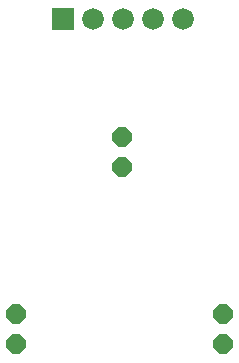
<source format=gts>
G75*
G70*
%OFA0B0*%
%FSLAX24Y24*%
%IPPOS*%
%LPD*%
%AMOC8*
5,1,8,0,0,1.08239X$1,22.5*
%
%ADD10OC8,0.0640*%
%ADD11R,0.0720X0.0720*%
%ADD12C,0.0720*%
D10*
X006460Y008323D03*
X006460Y009323D03*
X013350Y009323D03*
X013350Y008323D03*
X010004Y014228D03*
X010004Y015228D03*
D11*
X008025Y019157D03*
D12*
X009025Y019157D03*
X010025Y019157D03*
X011025Y019157D03*
X012025Y019157D03*
M02*

</source>
